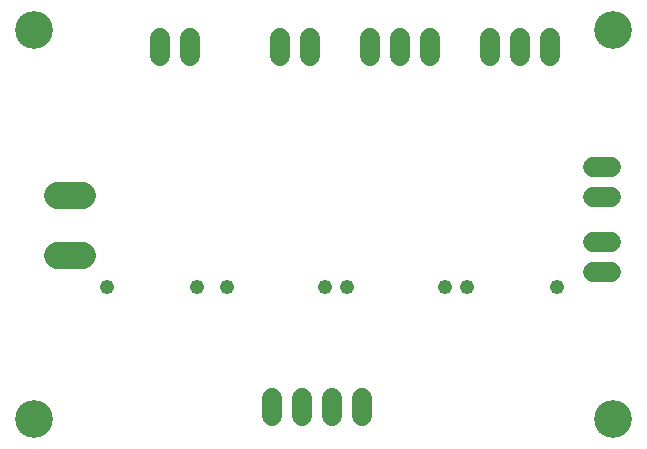
<source format=gbs>
G75*
%MOIN*%
%OFA0B0*%
%FSLAX25Y25*%
%IPPOS*%
%LPD*%
%AMOC8*
5,1,8,0,0,1.08239X$1,22.5*
%
%ADD10C,0.06800*%
%ADD11C,0.09050*%
%ADD12C,0.12611*%
%ADD13C,0.04762*%
D10*
X0108300Y0052000D02*
X0108300Y0058000D01*
X0118300Y0058000D02*
X0118300Y0052000D01*
X0128300Y0052000D02*
X0128300Y0058000D01*
X0138300Y0058000D02*
X0138300Y0052000D01*
X0215300Y0100000D02*
X0221300Y0100000D01*
X0221300Y0110000D02*
X0215300Y0110000D01*
X0215300Y0125000D02*
X0221300Y0125000D01*
X0221300Y0135000D02*
X0215300Y0135000D01*
X0200800Y0172000D02*
X0200800Y0178000D01*
X0190800Y0178000D02*
X0190800Y0172000D01*
X0180800Y0172000D02*
X0180800Y0178000D01*
X0160800Y0178000D02*
X0160800Y0172000D01*
X0150800Y0172000D02*
X0150800Y0178000D01*
X0140800Y0178000D02*
X0140800Y0172000D01*
X0120800Y0172000D02*
X0120800Y0178000D01*
X0110800Y0178000D02*
X0110800Y0172000D01*
X0080800Y0172000D02*
X0080800Y0178000D01*
X0070800Y0178000D02*
X0070800Y0172000D01*
D11*
X0044925Y0125709D02*
X0036675Y0125709D01*
X0036675Y0105709D02*
X0044925Y0105709D01*
D12*
X0029048Y0050748D03*
X0029048Y0180669D03*
X0221961Y0180669D03*
X0221961Y0050748D03*
D13*
X0203300Y0095000D03*
X0173300Y0095000D03*
X0165800Y0095000D03*
X0133300Y0095000D03*
X0125800Y0095000D03*
X0093300Y0095000D03*
X0083300Y0095000D03*
X0053300Y0095000D03*
M02*

</source>
